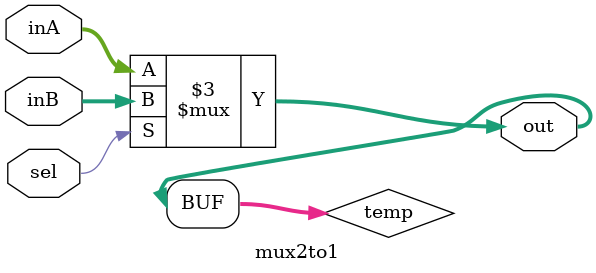
<source format=sv>
module mux2to1 (inA,inB,sel,out);
  parameter width = 32;
  input [width-1:0] inA;
  input [width-1:0] inB;
  input sel;
  output [width-1:0] out;

  logic [width-1:0] temp;
  assign out = (temp);

  always_comb begin
    if (sel) begin
      temp=inB;
    end else begin
      temp=inA;
    end
  end
endmodule //mux2to1

</source>
